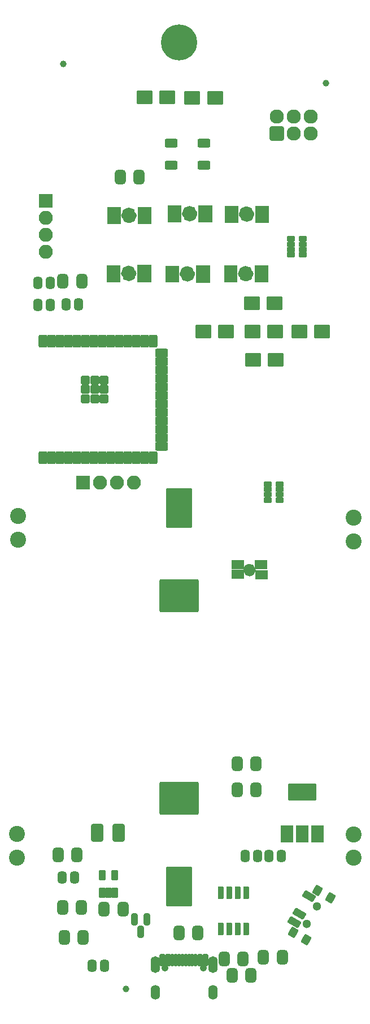
<source format=gbr>
%TF.GenerationSoftware,KiCad,Pcbnew,7.0.1*%
%TF.CreationDate,2023-08-26T08:57:55-05:00*%
%TF.ProjectId,BSidesKC23_Sponsor,42536964-6573-44b4-9332-335f53706f6e,1.1*%
%TF.SameCoordinates,Original*%
%TF.FileFunction,Soldermask,Bot*%
%TF.FilePolarity,Negative*%
%FSLAX46Y46*%
G04 Gerber Fmt 4.6, Leading zero omitted, Abs format (unit mm)*
G04 Created by KiCad (PCBNEW 7.0.1) date 2023-08-26 08:57:55*
%MOMM*%
%LPD*%
G01*
G04 APERTURE LIST*
G04 Aperture macros list*
%AMRoundRect*
0 Rectangle with rounded corners*
0 $1 Rounding radius*
0 $2 $3 $4 $5 $6 $7 $8 $9 X,Y pos of 4 corners*
0 Add a 4 corners polygon primitive as box body*
4,1,4,$2,$3,$4,$5,$6,$7,$8,$9,$2,$3,0*
0 Add four circle primitives for the rounded corners*
1,1,$1+$1,$2,$3*
1,1,$1+$1,$4,$5*
1,1,$1+$1,$6,$7*
1,1,$1+$1,$8,$9*
0 Add four rect primitives between the rounded corners*
20,1,$1+$1,$2,$3,$4,$5,0*
20,1,$1+$1,$4,$5,$6,$7,0*
20,1,$1+$1,$6,$7,$8,$9,0*
20,1,$1+$1,$8,$9,$2,$3,0*%
G04 Aperture macros list end*
%ADD10C,1.152495*%
%ADD11C,0.100000*%
%ADD12C,0.953085*%
%ADD13O,2.127200X2.127200*%
%ADD14RoundRect,0.200000X-0.863600X0.863600X-0.863600X-0.863600X0.863600X-0.863600X0.863600X0.863600X0*%
%ADD15C,2.127200*%
%ADD16R,1.955800X2.463800*%
%ADD17R,1.930400X2.438400*%
%ADD18RoundRect,0.200000X0.750000X0.500000X-0.750000X0.500000X-0.750000X-0.500000X0.750000X-0.500000X0*%
%ADD19C,5.400000*%
%ADD20RoundRect,0.200000X-0.850000X0.850000X-0.850000X-0.850000X0.850000X-0.850000X0.850000X0.850000X0*%
%ADD21O,2.100000X2.100000*%
%ADD22C,1.000000*%
%ADD23RoundRect,0.200000X0.974000X0.850000X-0.974000X0.850000X-0.974000X-0.850000X0.974000X-0.850000X0*%
%ADD24RoundRect,0.450000X-0.375000X-0.625000X0.375000X-0.625000X0.375000X0.625000X-0.375000X0.625000X0*%
%ADD25RoundRect,0.200000X0.750000X0.450000X-0.750000X0.450000X-0.750000X-0.450000X0.750000X-0.450000X0*%
%ADD26RoundRect,0.350000X-0.150000X0.587500X-0.150000X-0.587500X0.150000X-0.587500X0.150000X0.587500X0*%
%ADD27C,2.400000*%
%ADD28RoundRect,0.443750X0.243750X0.456250X-0.243750X0.456250X-0.243750X-0.456250X0.243750X-0.456250X0*%
%ADD29RoundRect,0.200000X-0.400000X-0.250000X0.400000X-0.250000X0.400000X0.250000X-0.400000X0.250000X0*%
%ADD30RoundRect,0.200000X-0.400000X-0.200000X0.400000X-0.200000X0.400000X0.200000X-0.400000X0.200000X0*%
%ADD31RoundRect,0.200000X0.850000X0.850000X-0.850000X0.850000X-0.850000X-0.850000X0.850000X-0.850000X0*%
%ADD32RoundRect,0.450000X0.375000X0.625000X-0.375000X0.625000X-0.375000X-0.625000X0.375000X-0.625000X0*%
%ADD33RoundRect,0.200000X-0.450000X0.750000X-0.450000X-0.750000X0.450000X-0.750000X0.450000X0.750000X0*%
%ADD34RoundRect,0.200000X0.450000X-0.750000X0.450000X0.750000X-0.450000X0.750000X-0.450000X-0.750000X0*%
%ADD35RoundRect,0.200000X0.450000X-0.450000X0.450000X0.450000X-0.450000X0.450000X-0.450000X-0.450000X0*%
%ADD36RoundRect,0.070000X0.325000X0.875000X-0.325000X0.875000X-0.325000X-0.875000X0.325000X-0.875000X0*%
%ADD37RoundRect,0.200000X-0.096410X0.633013X-0.596410X-0.233013X0.096410X-0.633013X0.596410X0.233013X0*%
%ADD38C,1.300000*%
%ADD39RoundRect,0.200000X-0.474519X0.678109X-0.824519X0.071891X0.474519X-0.678109X0.824519X-0.071891X0*%
%ADD40RoundRect,0.443750X-0.243750X-0.456250X0.243750X-0.456250X0.243750X0.456250X-0.243750X0.456250X0*%
%ADD41RoundRect,0.200000X0.300000X0.600000X-0.300000X0.600000X-0.300000X-0.600000X0.300000X-0.600000X0*%
%ADD42RoundRect,0.450001X0.499999X0.924999X-0.499999X0.924999X-0.499999X-0.924999X0.499999X-0.924999X0*%
%ADD43RoundRect,0.200000X1.750000X-2.750000X1.750000X2.750000X-1.750000X2.750000X-1.750000X-2.750000X0*%
%ADD44RoundRect,0.200000X2.750000X-2.250000X2.750000X2.250000X-2.750000X2.250000X-2.750000X-2.250000X0*%
%ADD45C,1.050000*%
%ADD46RoundRect,0.200000X0.125000X0.700000X-0.125000X0.700000X-0.125000X-0.700000X0.125000X-0.700000X0*%
%ADD47O,1.400000X2.200000*%
%ADD48O,1.400000X2.500000*%
%ADD49RoundRect,0.200000X0.750000X1.100000X-0.750000X1.100000X-0.750000X-1.100000X0.750000X-1.100000X0*%
%ADD50RoundRect,0.200000X1.900000X1.100000X-1.900000X1.100000X-1.900000X-1.100000X1.900000X-1.100000X0*%
G04 APERTURE END LIST*
%TO.C,D9*%
D10*
X109781247Y-71355000D02*
G75*
G03*
X109781247Y-71355000I-576247J0D01*
G01*
D11*
X112507000Y-72599600D02*
X110525800Y-72599600D01*
X110525800Y-70110400D01*
X112507000Y-70110400D01*
X112507000Y-72599600D01*
G36*
X112507000Y-72599600D02*
G01*
X110525800Y-72599600D01*
X110525800Y-70110400D01*
X112507000Y-70110400D01*
X112507000Y-72599600D01*
G37*
X107884200Y-72574200D02*
X105953800Y-72574200D01*
X105953800Y-70135800D01*
X107884200Y-70135800D01*
X107884200Y-72574200D01*
G36*
X107884200Y-72574200D02*
G01*
X105953800Y-72574200D01*
X105953800Y-70135800D01*
X107884200Y-70135800D01*
X107884200Y-72574200D01*
G37*
%TO.C,D6*%
D10*
X109906247Y-62430000D02*
G75*
G03*
X109906247Y-62430000I-576247J0D01*
G01*
D11*
X112632000Y-63674600D02*
X110650800Y-63674600D01*
X110650800Y-61185400D01*
X112632000Y-61185400D01*
X112632000Y-63674600D01*
G36*
X112632000Y-63674600D02*
G01*
X110650800Y-63674600D01*
X110650800Y-61185400D01*
X112632000Y-61185400D01*
X112632000Y-63674600D01*
G37*
X108009200Y-63649200D02*
X106078800Y-63649200D01*
X106078800Y-61210800D01*
X108009200Y-61210800D01*
X108009200Y-63649200D01*
G36*
X108009200Y-63649200D02*
G01*
X106078800Y-63649200D01*
X106078800Y-61210800D01*
X108009200Y-61210800D01*
X108009200Y-63649200D01*
G37*
%TO.C,D8*%
D10*
X101031247Y-71380000D02*
G75*
G03*
X101031247Y-71380000I-576247J0D01*
G01*
D11*
X103757000Y-72624600D02*
X101775800Y-72624600D01*
X101775800Y-70135400D01*
X103757000Y-70135400D01*
X103757000Y-72624600D01*
G36*
X103757000Y-72624600D02*
G01*
X101775800Y-72624600D01*
X101775800Y-70135400D01*
X103757000Y-70135400D01*
X103757000Y-72624600D01*
G37*
X99134200Y-72599200D02*
X97203800Y-72599200D01*
X97203800Y-70160800D01*
X99134200Y-70160800D01*
X99134200Y-72599200D01*
G36*
X99134200Y-72599200D02*
G01*
X97203800Y-72599200D01*
X97203800Y-70160800D01*
X99134200Y-70160800D01*
X99134200Y-72599200D01*
G37*
%TO.C,D5*%
D10*
X101381247Y-62380000D02*
G75*
G03*
X101381247Y-62380000I-576247J0D01*
G01*
D11*
X104107000Y-63624600D02*
X102125800Y-63624600D01*
X102125800Y-61135400D01*
X104107000Y-61135400D01*
X104107000Y-63624600D01*
G36*
X104107000Y-63624600D02*
G01*
X102125800Y-63624600D01*
X102125800Y-61135400D01*
X104107000Y-61135400D01*
X104107000Y-63624600D01*
G37*
X99484200Y-63599200D02*
X97553800Y-63599200D01*
X97553800Y-61160800D01*
X99484200Y-61160800D01*
X99484200Y-63599200D01*
G36*
X99484200Y-63599200D02*
G01*
X97553800Y-63599200D01*
X97553800Y-61160800D01*
X99484200Y-61160800D01*
X99484200Y-63599200D01*
G37*
%TO.C,D4*%
D10*
X92281247Y-62630000D02*
G75*
G03*
X92281247Y-62630000I-576247J0D01*
G01*
D11*
X95007000Y-63874600D02*
X93025800Y-63874600D01*
X93025800Y-61385400D01*
X95007000Y-61385400D01*
X95007000Y-63874600D01*
G36*
X95007000Y-63874600D02*
G01*
X93025800Y-63874600D01*
X93025800Y-61385400D01*
X95007000Y-61385400D01*
X95007000Y-63874600D01*
G37*
X90384200Y-63849200D02*
X88453800Y-63849200D01*
X88453800Y-61410800D01*
X90384200Y-61410800D01*
X90384200Y-63849200D01*
G36*
X90384200Y-63849200D02*
G01*
X88453800Y-63849200D01*
X88453800Y-61410800D01*
X90384200Y-61410800D01*
X90384200Y-63849200D01*
G37*
%TO.C,D10*%
D12*
X110243458Y-115710000D02*
G75*
G03*
X110243458Y-115710000I-476542J0D01*
G01*
%TO.C,D7*%
D10*
X92245247Y-71305000D02*
G75*
G03*
X92245247Y-71305000I-576247J0D01*
G01*
D11*
X94971000Y-72549600D02*
X92989800Y-72549600D01*
X92989800Y-70060400D01*
X94971000Y-70060400D01*
X94971000Y-72549600D01*
G36*
X94971000Y-72549600D02*
G01*
X92989800Y-72549600D01*
X92989800Y-70060400D01*
X94971000Y-70060400D01*
X94971000Y-72549600D01*
G37*
X90348200Y-72524200D02*
X88417800Y-72524200D01*
X88417800Y-70085800D01*
X90348200Y-70085800D01*
X90348200Y-72524200D01*
G36*
X90348200Y-72524200D02*
G01*
X88417800Y-72524200D01*
X88417800Y-70085800D01*
X90348200Y-70085800D01*
X90348200Y-72524200D01*
G37*
%TD*%
D13*
%TO.C,X1*%
X113890000Y-47830000D03*
D14*
X113890000Y-50370000D03*
D13*
X116430000Y-47830000D03*
X116430000Y-50370000D03*
D15*
X118970000Y-47830000D03*
X118970000Y-50370000D03*
%TD*%
D16*
%TO.C,D9*%
X111491000Y-71355000D03*
D17*
X106919000Y-71355000D03*
%TD*%
D16*
%TO.C,D6*%
X111616000Y-62430000D03*
D17*
X107044000Y-62430000D03*
%TD*%
D16*
%TO.C,D8*%
X102741000Y-71380000D03*
D17*
X98169000Y-71380000D03*
%TD*%
D16*
%TO.C,D5*%
X103091000Y-62380000D03*
D17*
X98519000Y-62380000D03*
%TD*%
D16*
%TO.C,D4*%
X93991000Y-62630000D03*
D17*
X89419000Y-62630000D03*
%TD*%
D18*
%TO.C,D10*%
X108010000Y-114930000D03*
X111540000Y-114930000D03*
X111570000Y-116380000D03*
X108020000Y-116370000D03*
%TD*%
D16*
%TO.C,D7*%
X93955000Y-71305000D03*
D17*
X89383000Y-71305000D03*
%TD*%
D19*
%TO.C,REF\u002A\u002A*%
X99205000Y-36705000D03*
%TD*%
D20*
%TO.C,J2*%
X84870000Y-102580000D03*
D21*
X87410000Y-102580000D03*
X89950000Y-102580000D03*
X92490000Y-102580000D03*
%TD*%
D22*
%TO.C,REF\u002A\u002A*%
X81890000Y-39960000D03*
%TD*%
D23*
%TO.C,SW_Reset1*%
X97455000Y-44980000D03*
X94055000Y-44980000D03*
%TD*%
D24*
%TO.C,R2*%
X111880000Y-173670000D03*
X114680000Y-173670000D03*
%TD*%
D23*
%TO.C,SW5*%
X113640000Y-80010000D03*
X110240000Y-80010000D03*
%TD*%
D25*
%TO.C,D3*%
X102955000Y-51780000D03*
X102955000Y-55080000D03*
X98055000Y-55080000D03*
X98055000Y-51780000D03*
%TD*%
D26*
%TO.C,D11*%
X92520000Y-167960000D03*
X94420000Y-167960000D03*
X93470000Y-169835000D03*
%TD*%
D22*
%TO.C,REF\u002A\u002A*%
X91270000Y-178370000D03*
%TD*%
D23*
%TO.C,SW6*%
X113550000Y-75740000D03*
X110150000Y-75740000D03*
%TD*%
D27*
%TO.C,J1*%
X75055000Y-111130000D03*
X75055000Y-107600800D03*
%TD*%
%TO.C,J4*%
X74905000Y-155230000D03*
X74905000Y-158759200D03*
%TD*%
D23*
%TO.C,SW4*%
X106240000Y-80020000D03*
X102840000Y-80020000D03*
%TD*%
D27*
%TO.C,J3*%
X125355000Y-111384200D03*
X125355000Y-107855000D03*
%TD*%
D22*
%TO.C,REF\u002A\u002A*%
X121230000Y-42870000D03*
%TD*%
D23*
%TO.C,SW7*%
X113700000Y-84210000D03*
X110300000Y-84210000D03*
%TD*%
D24*
%TO.C,D2*%
X107930000Y-148610000D03*
X110730000Y-148610000D03*
%TD*%
D28*
%TO.C,C5*%
X83550000Y-161710000D03*
X81675000Y-161710000D03*
%TD*%
D29*
%TO.C,RN2*%
X115955000Y-68530000D03*
D30*
X115955000Y-67730000D03*
X115955000Y-66930000D03*
D29*
X115955000Y-66130000D03*
X117755000Y-66130000D03*
D30*
X117755000Y-66930000D03*
X117755000Y-67730000D03*
D29*
X117755000Y-68530000D03*
%TD*%
D31*
%TO.C,OLED1*%
X79205000Y-60485000D03*
D21*
X79205000Y-63025000D03*
X79205000Y-65565000D03*
X79205000Y-68105000D03*
%TD*%
D28*
%TO.C,C3*%
X114587500Y-158460000D03*
X112712500Y-158460000D03*
%TD*%
D32*
%TO.C,R6*%
X108780000Y-173940000D03*
X105980000Y-173940000D03*
%TD*%
D24*
%TO.C,R5*%
X90430000Y-56905000D03*
X93230000Y-56905000D03*
%TD*%
D23*
%TO.C,SW3*%
X120660000Y-79980000D03*
X117260000Y-79980000D03*
%TD*%
D29*
%TO.C,RN1*%
X112505000Y-105230000D03*
D30*
X112505000Y-104430000D03*
X112505000Y-103630000D03*
D29*
X112505000Y-102830000D03*
X114305000Y-102830000D03*
D30*
X114305000Y-103630000D03*
X114305000Y-104430000D03*
D29*
X114305000Y-105230000D03*
%TD*%
D24*
%TO.C,F1*%
X107920000Y-144690000D03*
X110720000Y-144690000D03*
%TD*%
D23*
%TO.C,SW1*%
X104605000Y-45005000D03*
X101205000Y-45005000D03*
%TD*%
D32*
%TO.C,R10*%
X84580000Y-166230000D03*
X81780000Y-166230000D03*
%TD*%
D24*
%TO.C,R8*%
X99220000Y-170040000D03*
X102020000Y-170040000D03*
%TD*%
D33*
%TO.C,U2*%
X78855000Y-81430000D03*
X80125000Y-81430000D03*
X81395000Y-81430000D03*
X82665000Y-81430000D03*
X83935000Y-81430000D03*
X85205000Y-81430000D03*
X86475000Y-81430000D03*
X87745000Y-81430000D03*
X89015000Y-81430000D03*
X90285000Y-81430000D03*
X91555000Y-81430000D03*
X92825000Y-81430000D03*
X94095000Y-81430000D03*
X95365000Y-81430000D03*
D25*
X96615000Y-83195000D03*
X96615000Y-84465000D03*
X96615000Y-85735000D03*
X96615000Y-87005000D03*
X96615000Y-88275000D03*
X96615000Y-89545000D03*
X96615000Y-90815000D03*
X96615000Y-92085000D03*
X96615000Y-93355000D03*
X96615000Y-94625000D03*
X96615000Y-95895000D03*
X96615000Y-97165000D03*
D34*
X95365000Y-98930000D03*
X94095000Y-98930000D03*
X92825000Y-98930000D03*
X91555000Y-98930000D03*
X90285000Y-98930000D03*
X89015000Y-98930000D03*
X87745000Y-98930000D03*
X86475000Y-98930000D03*
X85205000Y-98930000D03*
X83935000Y-98930000D03*
X82665000Y-98930000D03*
X81395000Y-98930000D03*
X80125000Y-98930000D03*
X78855000Y-98930000D03*
D35*
X87975000Y-87280000D03*
X86575000Y-87280000D03*
X85175000Y-87280000D03*
X87975000Y-88680000D03*
X86575000Y-88680000D03*
X85175000Y-88680000D03*
X87975000Y-90080000D03*
X86575000Y-90080000D03*
X85175000Y-90080000D03*
%TD*%
D36*
%TO.C,U1*%
X109310000Y-169460000D03*
X108040000Y-169460000D03*
X106770000Y-169460000D03*
X105500000Y-169460000D03*
X105500000Y-163960000D03*
X106770000Y-163960000D03*
X108040000Y-163960000D03*
X109310000Y-163960000D03*
%TD*%
D27*
%TO.C,J5*%
X125355000Y-158780000D03*
X125355000Y-155250800D03*
%TD*%
D28*
%TO.C,C7*%
X79907500Y-72730000D03*
X78032500Y-72730000D03*
%TD*%
D37*
%TO.C,1/0*%
X121907628Y-164744969D03*
X119993712Y-163639969D03*
D38*
X119880000Y-166056924D03*
X118380000Y-168655000D03*
D37*
X118257628Y-171066955D03*
X116343712Y-169961955D03*
D39*
X118730796Y-164527405D03*
X117230796Y-167125481D03*
X116480796Y-168424519D03*
%TD*%
D28*
%TO.C,C8*%
X88047500Y-174960000D03*
X86172500Y-174960000D03*
%TD*%
D40*
%TO.C,C2*%
X109112500Y-158500000D03*
X110987500Y-158500000D03*
%TD*%
D41*
%TO.C,U4*%
X89592500Y-164005000D03*
X88642500Y-164005000D03*
X87692500Y-164005000D03*
X87692500Y-161405000D03*
X89592500Y-161405000D03*
%TD*%
D32*
%TO.C,R12*%
X84870000Y-170680000D03*
X82070000Y-170680000D03*
%TD*%
D42*
%TO.C,C4*%
X90180000Y-155005000D03*
X86930000Y-155005000D03*
%TD*%
D43*
%TO.C,BT1*%
X99235000Y-163055000D03*
D44*
X99235000Y-149880000D03*
X99210000Y-119580000D03*
D43*
X99235000Y-106455000D03*
%TD*%
D28*
%TO.C,C6*%
X79947500Y-75990000D03*
X78072500Y-75990000D03*
%TD*%
D24*
%TO.C,D1*%
X107150000Y-176360000D03*
X109950000Y-176360000D03*
%TD*%
%TO.C,R1*%
X81820000Y-72510000D03*
X84620000Y-72510000D03*
%TD*%
D40*
%TO.C,C1*%
X82262500Y-75980000D03*
X84137500Y-75980000D03*
%TD*%
D32*
%TO.C,R3*%
X90800000Y-166420000D03*
X88000000Y-166420000D03*
%TD*%
D45*
%TO.C,J6*%
X102845000Y-175242500D03*
X97065000Y-175242500D03*
D46*
X103280000Y-174042500D03*
X102480000Y-174042500D03*
X101205000Y-174042500D03*
X100205000Y-174042500D03*
X99705000Y-174042500D03*
X101705000Y-174042500D03*
X97430000Y-174042500D03*
X96630000Y-174042500D03*
X96880000Y-174042500D03*
X97680000Y-174042500D03*
X98205000Y-174042500D03*
X99205000Y-174042500D03*
X100705000Y-174042500D03*
X98705000Y-174042500D03*
X102230000Y-174042500D03*
X103030000Y-174042500D03*
D47*
X104275000Y-178892500D03*
D48*
X104275000Y-174742500D03*
D47*
X95635000Y-178892500D03*
D48*
X95635000Y-174742500D03*
%TD*%
D49*
%TO.C,U3*%
X119960000Y-155200000D03*
X117660000Y-155200000D03*
X115360000Y-155200000D03*
D50*
X117660000Y-148900000D03*
%TD*%
D32*
%TO.C,R4*%
X83930000Y-158305000D03*
X81130000Y-158305000D03*
%TD*%
M02*

</source>
